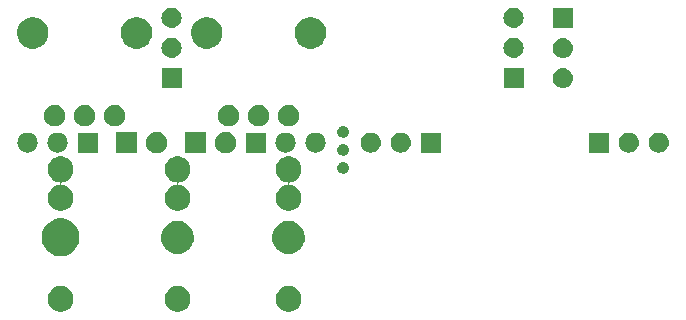
<source format=gbr>
G04 #@! TF.GenerationSoftware,KiCad,Pcbnew,(5.0.1)-4*
G04 #@! TF.CreationDate,2019-03-05T01:58:22+01:00*
G04 #@! TF.ProjectId,1U Headphone,3155204865616470686F6E652E6B6963,rev?*
G04 #@! TF.SameCoordinates,Original*
G04 #@! TF.FileFunction,Soldermask,Bot*
G04 #@! TF.FilePolarity,Negative*
%FSLAX46Y46*%
G04 Gerber Fmt 4.6, Leading zero omitted, Abs format (unit mm)*
G04 Created by KiCad (PCBNEW (5.0.1)-4) date 3/5/2019 1:58:22 AM*
%MOMM*%
%LPD*%
G01*
G04 APERTURE LIST*
%ADD10C,0.100000*%
G04 APERTURE END LIST*
D10*
G36*
X41974583Y-74565572D02*
X42173350Y-74647904D01*
X42352239Y-74767434D01*
X42504366Y-74919561D01*
X42623896Y-75098450D01*
X42706228Y-75297217D01*
X42748200Y-75508226D01*
X42748200Y-75723374D01*
X42706228Y-75934383D01*
X42623896Y-76133150D01*
X42504366Y-76312039D01*
X42352239Y-76464166D01*
X42173350Y-76583696D01*
X41974583Y-76666028D01*
X41763574Y-76708000D01*
X41548426Y-76708000D01*
X41337417Y-76666028D01*
X41138650Y-76583696D01*
X40959761Y-76464166D01*
X40807634Y-76312039D01*
X40688104Y-76133150D01*
X40605772Y-75934383D01*
X40563800Y-75723374D01*
X40563800Y-75508226D01*
X40605772Y-75297217D01*
X40688104Y-75098450D01*
X40807634Y-74919561D01*
X40959761Y-74767434D01*
X41138650Y-74647904D01*
X41337417Y-74565572D01*
X41548426Y-74523600D01*
X41763574Y-74523600D01*
X41974583Y-74565572D01*
X41974583Y-74565572D01*
G37*
G36*
X22670583Y-74565572D02*
X22869350Y-74647904D01*
X23048239Y-74767434D01*
X23200366Y-74919561D01*
X23319896Y-75098450D01*
X23402228Y-75297217D01*
X23444200Y-75508226D01*
X23444200Y-75723374D01*
X23402228Y-75934383D01*
X23319896Y-76133150D01*
X23200366Y-76312039D01*
X23048239Y-76464166D01*
X22869350Y-76583696D01*
X22670583Y-76666028D01*
X22459574Y-76708000D01*
X22244426Y-76708000D01*
X22033417Y-76666028D01*
X21834650Y-76583696D01*
X21655761Y-76464166D01*
X21503634Y-76312039D01*
X21384104Y-76133150D01*
X21301772Y-75934383D01*
X21259800Y-75723374D01*
X21259800Y-75508226D01*
X21301772Y-75297217D01*
X21384104Y-75098450D01*
X21503634Y-74919561D01*
X21655761Y-74767434D01*
X21834650Y-74647904D01*
X22033417Y-74565572D01*
X22244426Y-74523600D01*
X22459574Y-74523600D01*
X22670583Y-74565572D01*
X22670583Y-74565572D01*
G37*
G36*
X32576583Y-74565572D02*
X32775350Y-74647904D01*
X32954239Y-74767434D01*
X33106366Y-74919561D01*
X33225896Y-75098450D01*
X33308228Y-75297217D01*
X33350200Y-75508226D01*
X33350200Y-75723374D01*
X33308228Y-75934383D01*
X33225896Y-76133150D01*
X33106366Y-76312039D01*
X32954239Y-76464166D01*
X32775350Y-76583696D01*
X32576583Y-76666028D01*
X32365574Y-76708000D01*
X32150426Y-76708000D01*
X31939417Y-76666028D01*
X31740650Y-76583696D01*
X31561761Y-76464166D01*
X31409634Y-76312039D01*
X31290104Y-76133150D01*
X31207772Y-75934383D01*
X31165800Y-75723374D01*
X31165800Y-75508226D01*
X31207772Y-75297217D01*
X31290104Y-75098450D01*
X31409634Y-74919561D01*
X31561761Y-74767434D01*
X31740650Y-74647904D01*
X31939417Y-74565572D01*
X32150426Y-74523600D01*
X32365574Y-74523600D01*
X32576583Y-74565572D01*
X32576583Y-74565572D01*
G37*
G36*
X22818703Y-68870286D02*
X23109883Y-68990897D01*
X23371944Y-69166001D01*
X23594799Y-69388856D01*
X23769903Y-69650917D01*
X23890514Y-69942097D01*
X23952000Y-70251212D01*
X23952000Y-70566388D01*
X23890514Y-70875503D01*
X23769903Y-71166683D01*
X23594799Y-71428744D01*
X23371944Y-71651599D01*
X23109883Y-71826703D01*
X22818703Y-71947314D01*
X22509588Y-72008800D01*
X22194412Y-72008800D01*
X21885297Y-71947314D01*
X21594117Y-71826703D01*
X21332056Y-71651599D01*
X21109201Y-71428744D01*
X20934097Y-71166683D01*
X20813486Y-70875503D01*
X20752000Y-70566388D01*
X20752000Y-70251212D01*
X20813486Y-69942097D01*
X20934097Y-69650917D01*
X21109201Y-69388856D01*
X21332056Y-69166001D01*
X21594117Y-68990897D01*
X21885297Y-68870286D01*
X22194412Y-68808800D01*
X22509588Y-68808800D01*
X22818703Y-68870286D01*
X22818703Y-68870286D01*
G37*
G36*
X32531126Y-69035700D02*
X32666365Y-69062601D01*
X32921149Y-69168136D01*
X33147397Y-69319311D01*
X33150451Y-69321351D01*
X33345449Y-69516349D01*
X33345451Y-69516352D01*
X33498664Y-69745651D01*
X33580035Y-69942097D01*
X33604199Y-70000436D01*
X33658000Y-70270911D01*
X33658000Y-70546689D01*
X33631099Y-70681927D01*
X33604199Y-70817165D01*
X33498664Y-71071949D01*
X33435364Y-71166684D01*
X33345449Y-71301251D01*
X33150451Y-71496249D01*
X33150448Y-71496251D01*
X32921149Y-71649464D01*
X32666365Y-71754999D01*
X32531127Y-71781899D01*
X32395889Y-71808800D01*
X32120111Y-71808800D01*
X31984873Y-71781899D01*
X31849635Y-71754999D01*
X31594851Y-71649464D01*
X31365552Y-71496251D01*
X31365549Y-71496249D01*
X31170551Y-71301251D01*
X31080636Y-71166684D01*
X31017336Y-71071949D01*
X30911801Y-70817165D01*
X30884901Y-70681927D01*
X30858000Y-70546689D01*
X30858000Y-70270911D01*
X30911801Y-70000436D01*
X30935966Y-69942097D01*
X31017336Y-69745651D01*
X31170549Y-69516352D01*
X31170551Y-69516349D01*
X31365549Y-69321351D01*
X31368603Y-69319311D01*
X31594851Y-69168136D01*
X31849635Y-69062601D01*
X31984874Y-69035700D01*
X32120111Y-69008800D01*
X32395889Y-69008800D01*
X32531126Y-69035700D01*
X32531126Y-69035700D01*
G37*
G36*
X41929126Y-69035700D02*
X42064365Y-69062601D01*
X42319149Y-69168136D01*
X42545397Y-69319311D01*
X42548451Y-69321351D01*
X42743449Y-69516349D01*
X42743451Y-69516352D01*
X42896664Y-69745651D01*
X42978035Y-69942097D01*
X43002199Y-70000436D01*
X43056000Y-70270911D01*
X43056000Y-70546689D01*
X43029099Y-70681927D01*
X43002199Y-70817165D01*
X42896664Y-71071949D01*
X42833364Y-71166684D01*
X42743449Y-71301251D01*
X42548451Y-71496249D01*
X42548448Y-71496251D01*
X42319149Y-71649464D01*
X42064365Y-71754999D01*
X41929127Y-71781899D01*
X41793889Y-71808800D01*
X41518111Y-71808800D01*
X41382873Y-71781899D01*
X41247635Y-71754999D01*
X40992851Y-71649464D01*
X40763552Y-71496251D01*
X40763549Y-71496249D01*
X40568551Y-71301251D01*
X40478636Y-71166684D01*
X40415336Y-71071949D01*
X40309801Y-70817165D01*
X40282901Y-70681927D01*
X40256000Y-70546689D01*
X40256000Y-70270911D01*
X40309801Y-70000436D01*
X40333966Y-69942097D01*
X40415336Y-69745651D01*
X40568549Y-69516352D01*
X40568551Y-69516349D01*
X40763549Y-69321351D01*
X40766603Y-69319311D01*
X40992851Y-69168136D01*
X41247635Y-69062601D01*
X41382874Y-69035700D01*
X41518111Y-69008800D01*
X41793889Y-69008800D01*
X41929126Y-69035700D01*
X41929126Y-69035700D01*
G37*
G36*
X41974583Y-63592772D02*
X42173350Y-63675104D01*
X42352239Y-63794634D01*
X42504366Y-63946761D01*
X42623896Y-64125650D01*
X42706228Y-64324417D01*
X42748200Y-64535426D01*
X42748200Y-64750574D01*
X42706228Y-64961583D01*
X42623896Y-65160350D01*
X42504366Y-65339239D01*
X42352239Y-65491366D01*
X42173350Y-65610896D01*
X41974583Y-65693228D01*
X41805291Y-65726902D01*
X41781842Y-65734015D01*
X41760231Y-65745566D01*
X41741289Y-65761112D01*
X41725743Y-65780054D01*
X41714192Y-65801664D01*
X41707079Y-65825114D01*
X41704677Y-65849500D01*
X41707079Y-65873886D01*
X41714192Y-65897335D01*
X41725743Y-65918946D01*
X41741289Y-65937888D01*
X41760231Y-65953434D01*
X41781841Y-65964985D01*
X41805291Y-65972098D01*
X41974583Y-66005772D01*
X42173350Y-66088104D01*
X42352239Y-66207634D01*
X42504366Y-66359761D01*
X42623896Y-66538650D01*
X42706228Y-66737417D01*
X42748200Y-66948426D01*
X42748200Y-67163574D01*
X42706228Y-67374583D01*
X42623896Y-67573350D01*
X42504366Y-67752239D01*
X42352239Y-67904366D01*
X42173350Y-68023896D01*
X41974583Y-68106228D01*
X41763574Y-68148200D01*
X41548426Y-68148200D01*
X41337417Y-68106228D01*
X41138650Y-68023896D01*
X40959761Y-67904366D01*
X40807634Y-67752239D01*
X40688104Y-67573350D01*
X40605772Y-67374583D01*
X40563800Y-67163574D01*
X40563800Y-66948426D01*
X40605772Y-66737417D01*
X40688104Y-66538650D01*
X40807634Y-66359761D01*
X40959761Y-66207634D01*
X41138650Y-66088104D01*
X41337417Y-66005772D01*
X41506709Y-65972098D01*
X41530158Y-65964985D01*
X41551769Y-65953434D01*
X41570711Y-65937888D01*
X41586257Y-65918946D01*
X41597808Y-65897336D01*
X41604921Y-65873886D01*
X41607323Y-65849500D01*
X41604921Y-65825114D01*
X41597808Y-65801665D01*
X41586257Y-65780054D01*
X41570711Y-65761112D01*
X41551769Y-65745566D01*
X41530159Y-65734015D01*
X41506709Y-65726902D01*
X41337417Y-65693228D01*
X41138650Y-65610896D01*
X40959761Y-65491366D01*
X40807634Y-65339239D01*
X40688104Y-65160350D01*
X40605772Y-64961583D01*
X40563800Y-64750574D01*
X40563800Y-64535426D01*
X40605772Y-64324417D01*
X40688104Y-64125650D01*
X40807634Y-63946761D01*
X40959761Y-63794634D01*
X41138650Y-63675104D01*
X41337417Y-63592772D01*
X41548426Y-63550800D01*
X41763574Y-63550800D01*
X41974583Y-63592772D01*
X41974583Y-63592772D01*
G37*
G36*
X32576583Y-63592772D02*
X32775350Y-63675104D01*
X32954239Y-63794634D01*
X33106366Y-63946761D01*
X33225896Y-64125650D01*
X33308228Y-64324417D01*
X33350200Y-64535426D01*
X33350200Y-64750574D01*
X33308228Y-64961583D01*
X33225896Y-65160350D01*
X33106366Y-65339239D01*
X32954239Y-65491366D01*
X32775350Y-65610896D01*
X32576583Y-65693228D01*
X32407291Y-65726902D01*
X32383842Y-65734015D01*
X32362231Y-65745566D01*
X32343289Y-65761112D01*
X32327743Y-65780054D01*
X32316192Y-65801664D01*
X32309079Y-65825114D01*
X32306677Y-65849500D01*
X32309079Y-65873886D01*
X32316192Y-65897335D01*
X32327743Y-65918946D01*
X32343289Y-65937888D01*
X32362231Y-65953434D01*
X32383841Y-65964985D01*
X32407291Y-65972098D01*
X32576583Y-66005772D01*
X32775350Y-66088104D01*
X32954239Y-66207634D01*
X33106366Y-66359761D01*
X33225896Y-66538650D01*
X33308228Y-66737417D01*
X33350200Y-66948426D01*
X33350200Y-67163574D01*
X33308228Y-67374583D01*
X33225896Y-67573350D01*
X33106366Y-67752239D01*
X32954239Y-67904366D01*
X32775350Y-68023896D01*
X32576583Y-68106228D01*
X32365574Y-68148200D01*
X32150426Y-68148200D01*
X31939417Y-68106228D01*
X31740650Y-68023896D01*
X31561761Y-67904366D01*
X31409634Y-67752239D01*
X31290104Y-67573350D01*
X31207772Y-67374583D01*
X31165800Y-67163574D01*
X31165800Y-66948426D01*
X31207772Y-66737417D01*
X31290104Y-66538650D01*
X31409634Y-66359761D01*
X31561761Y-66207634D01*
X31740650Y-66088104D01*
X31939417Y-66005772D01*
X32108709Y-65972098D01*
X32132158Y-65964985D01*
X32153769Y-65953434D01*
X32172711Y-65937888D01*
X32188257Y-65918946D01*
X32199808Y-65897336D01*
X32206921Y-65873886D01*
X32209323Y-65849500D01*
X32206921Y-65825114D01*
X32199808Y-65801665D01*
X32188257Y-65780054D01*
X32172711Y-65761112D01*
X32153769Y-65745566D01*
X32132159Y-65734015D01*
X32108709Y-65726902D01*
X31939417Y-65693228D01*
X31740650Y-65610896D01*
X31561761Y-65491366D01*
X31409634Y-65339239D01*
X31290104Y-65160350D01*
X31207772Y-64961583D01*
X31165800Y-64750574D01*
X31165800Y-64535426D01*
X31207772Y-64324417D01*
X31290104Y-64125650D01*
X31409634Y-63946761D01*
X31561761Y-63794634D01*
X31740650Y-63675104D01*
X31939417Y-63592772D01*
X32150426Y-63550800D01*
X32365574Y-63550800D01*
X32576583Y-63592772D01*
X32576583Y-63592772D01*
G37*
G36*
X22670583Y-63592772D02*
X22869350Y-63675104D01*
X23048239Y-63794634D01*
X23200366Y-63946761D01*
X23319896Y-64125650D01*
X23402228Y-64324417D01*
X23444200Y-64535426D01*
X23444200Y-64750574D01*
X23402228Y-64961583D01*
X23319896Y-65160350D01*
X23200366Y-65339239D01*
X23048239Y-65491366D01*
X22869350Y-65610896D01*
X22670583Y-65693228D01*
X22501291Y-65726902D01*
X22477842Y-65734015D01*
X22456231Y-65745566D01*
X22437289Y-65761112D01*
X22421743Y-65780054D01*
X22410192Y-65801664D01*
X22403079Y-65825114D01*
X22400677Y-65849500D01*
X22403079Y-65873886D01*
X22410192Y-65897335D01*
X22421743Y-65918946D01*
X22437289Y-65937888D01*
X22456231Y-65953434D01*
X22477841Y-65964985D01*
X22501291Y-65972098D01*
X22670583Y-66005772D01*
X22869350Y-66088104D01*
X23048239Y-66207634D01*
X23200366Y-66359761D01*
X23319896Y-66538650D01*
X23402228Y-66737417D01*
X23444200Y-66948426D01*
X23444200Y-67163574D01*
X23402228Y-67374583D01*
X23319896Y-67573350D01*
X23200366Y-67752239D01*
X23048239Y-67904366D01*
X22869350Y-68023896D01*
X22670583Y-68106228D01*
X22459574Y-68148200D01*
X22244426Y-68148200D01*
X22033417Y-68106228D01*
X21834650Y-68023896D01*
X21655761Y-67904366D01*
X21503634Y-67752239D01*
X21384104Y-67573350D01*
X21301772Y-67374583D01*
X21259800Y-67163574D01*
X21259800Y-66948426D01*
X21301772Y-66737417D01*
X21384104Y-66538650D01*
X21503634Y-66359761D01*
X21655761Y-66207634D01*
X21834650Y-66088104D01*
X22033417Y-66005772D01*
X22202709Y-65972098D01*
X22226158Y-65964985D01*
X22247769Y-65953434D01*
X22266711Y-65937888D01*
X22282257Y-65918946D01*
X22293808Y-65897336D01*
X22300921Y-65873886D01*
X22303323Y-65849500D01*
X22300921Y-65825114D01*
X22293808Y-65801665D01*
X22282257Y-65780054D01*
X22266711Y-65761112D01*
X22247769Y-65745566D01*
X22226159Y-65734015D01*
X22202709Y-65726902D01*
X22033417Y-65693228D01*
X21834650Y-65610896D01*
X21655761Y-65491366D01*
X21503634Y-65339239D01*
X21384104Y-65160350D01*
X21301772Y-64961583D01*
X21259800Y-64750574D01*
X21259800Y-64535426D01*
X21301772Y-64324417D01*
X21384104Y-64125650D01*
X21503634Y-63946761D01*
X21655761Y-63794634D01*
X21834650Y-63675104D01*
X22033417Y-63592772D01*
X22244426Y-63550800D01*
X22459574Y-63550800D01*
X22670583Y-63592772D01*
X22670583Y-63592772D01*
G37*
G36*
X46424645Y-64035215D02*
X46515639Y-64072906D01*
X46594574Y-64125649D01*
X46597534Y-64127627D01*
X46667173Y-64197266D01*
X46721895Y-64279163D01*
X46759585Y-64370155D01*
X46778800Y-64466755D01*
X46778800Y-64565245D01*
X46759585Y-64661845D01*
X46721895Y-64752837D01*
X46667173Y-64834734D01*
X46597534Y-64904373D01*
X46597531Y-64904375D01*
X46515639Y-64959094D01*
X46424645Y-64996785D01*
X46328046Y-65016000D01*
X46229554Y-65016000D01*
X46132955Y-64996785D01*
X46041961Y-64959094D01*
X45960069Y-64904375D01*
X45960066Y-64904373D01*
X45890427Y-64834734D01*
X45835705Y-64752837D01*
X45798015Y-64661845D01*
X45778800Y-64565245D01*
X45778800Y-64466755D01*
X45798015Y-64370155D01*
X45835705Y-64279163D01*
X45890427Y-64197266D01*
X45960066Y-64127627D01*
X45963026Y-64125649D01*
X46041961Y-64072906D01*
X46132955Y-64035215D01*
X46229554Y-64016000D01*
X46328046Y-64016000D01*
X46424645Y-64035215D01*
X46424645Y-64035215D01*
G37*
G36*
X46424645Y-62511215D02*
X46515639Y-62548906D01*
X46596440Y-62602896D01*
X46597534Y-62603627D01*
X46667173Y-62673266D01*
X46721895Y-62755163D01*
X46759585Y-62846155D01*
X46778800Y-62942755D01*
X46778800Y-63041245D01*
X46759585Y-63137845D01*
X46725514Y-63220101D01*
X46721894Y-63228839D01*
X46709215Y-63247814D01*
X46667173Y-63310734D01*
X46597534Y-63380373D01*
X46597531Y-63380375D01*
X46515639Y-63435094D01*
X46424645Y-63472785D01*
X46328046Y-63492000D01*
X46229554Y-63492000D01*
X46132955Y-63472785D01*
X46041961Y-63435094D01*
X45960069Y-63380375D01*
X45960066Y-63380373D01*
X45890427Y-63310734D01*
X45848385Y-63247814D01*
X45835706Y-63228839D01*
X45832087Y-63220101D01*
X45798015Y-63137845D01*
X45778800Y-63041245D01*
X45778800Y-62942755D01*
X45798015Y-62846155D01*
X45835705Y-62755163D01*
X45890427Y-62673266D01*
X45960066Y-62603627D01*
X45961160Y-62602896D01*
X46041961Y-62548906D01*
X46132955Y-62511215D01*
X46229554Y-62492000D01*
X46328046Y-62492000D01*
X46424645Y-62511215D01*
X46424645Y-62511215D01*
G37*
G36*
X28840000Y-63282400D02*
X27040000Y-63282400D01*
X27040000Y-61482400D01*
X28840000Y-61482400D01*
X28840000Y-63282400D01*
X28840000Y-63282400D01*
G37*
G36*
X30742521Y-61516986D02*
X30906309Y-61584829D01*
X31053720Y-61683326D01*
X31179074Y-61808680D01*
X31277571Y-61956091D01*
X31345414Y-62119879D01*
X31380000Y-62293756D01*
X31380000Y-62471044D01*
X31345414Y-62644921D01*
X31277571Y-62808709D01*
X31179074Y-62956120D01*
X31053720Y-63081474D01*
X30906309Y-63179971D01*
X30742521Y-63247814D01*
X30568644Y-63282400D01*
X30391356Y-63282400D01*
X30217479Y-63247814D01*
X30053691Y-63179971D01*
X29906280Y-63081474D01*
X29780926Y-62956120D01*
X29682429Y-62808709D01*
X29614586Y-62644921D01*
X29580000Y-62471044D01*
X29580000Y-62293756D01*
X29614586Y-62119879D01*
X29682429Y-61956091D01*
X29780926Y-61808680D01*
X29906280Y-61683326D01*
X30053691Y-61584829D01*
X30217479Y-61516986D01*
X30391356Y-61482400D01*
X30568644Y-61482400D01*
X30742521Y-61516986D01*
X30742521Y-61516986D01*
G37*
G36*
X34682000Y-63282400D02*
X32882000Y-63282400D01*
X32882000Y-61482400D01*
X34682000Y-61482400D01*
X34682000Y-63282400D01*
X34682000Y-63282400D01*
G37*
G36*
X36584521Y-61516986D02*
X36748309Y-61584829D01*
X36895720Y-61683326D01*
X37021074Y-61808680D01*
X37119571Y-61956091D01*
X37187414Y-62119879D01*
X37222000Y-62293756D01*
X37222000Y-62471044D01*
X37187414Y-62644921D01*
X37119571Y-62808709D01*
X37021074Y-62956120D01*
X36895720Y-63081474D01*
X36748309Y-63179971D01*
X36584521Y-63247814D01*
X36410644Y-63282400D01*
X36233356Y-63282400D01*
X36059479Y-63247814D01*
X35895691Y-63179971D01*
X35748280Y-63081474D01*
X35622926Y-62956120D01*
X35524429Y-62808709D01*
X35456586Y-62644921D01*
X35422000Y-62471044D01*
X35422000Y-62293756D01*
X35456586Y-62119879D01*
X35524429Y-61956091D01*
X35622926Y-61808680D01*
X35748280Y-61683326D01*
X35895691Y-61584829D01*
X36059479Y-61516986D01*
X36233356Y-61482400D01*
X36410644Y-61482400D01*
X36584521Y-61516986D01*
X36584521Y-61516986D01*
G37*
G36*
X44108630Y-61544699D02*
X44268855Y-61593303D01*
X44416520Y-61672231D01*
X44545949Y-61778451D01*
X44652169Y-61907880D01*
X44731097Y-62055545D01*
X44779701Y-62215770D01*
X44796112Y-62382400D01*
X44779701Y-62549030D01*
X44731097Y-62709255D01*
X44652169Y-62856920D01*
X44545949Y-62986349D01*
X44416520Y-63092569D01*
X44268855Y-63171497D01*
X44108630Y-63220101D01*
X43983752Y-63232400D01*
X43900248Y-63232400D01*
X43775370Y-63220101D01*
X43615145Y-63171497D01*
X43467480Y-63092569D01*
X43338051Y-62986349D01*
X43231831Y-62856920D01*
X43152903Y-62709255D01*
X43104299Y-62549030D01*
X43087888Y-62382400D01*
X43104299Y-62215770D01*
X43152903Y-62055545D01*
X43231831Y-61907880D01*
X43338051Y-61778451D01*
X43467480Y-61672231D01*
X43615145Y-61593303D01*
X43775370Y-61544699D01*
X43900248Y-61532400D01*
X43983752Y-61532400D01*
X44108630Y-61544699D01*
X44108630Y-61544699D01*
G37*
G36*
X39712000Y-63232400D02*
X38012000Y-63232400D01*
X38012000Y-61532400D01*
X39712000Y-61532400D01*
X39712000Y-63232400D01*
X39712000Y-63232400D01*
G37*
G36*
X54545600Y-63232400D02*
X52845600Y-63232400D01*
X52845600Y-61532400D01*
X54545600Y-61532400D01*
X54545600Y-63232400D01*
X54545600Y-63232400D01*
G37*
G36*
X51322230Y-61544699D02*
X51482455Y-61593303D01*
X51630120Y-61672231D01*
X51759549Y-61778451D01*
X51865769Y-61907880D01*
X51944697Y-62055545D01*
X51993301Y-62215770D01*
X52009712Y-62382400D01*
X51993301Y-62549030D01*
X51944697Y-62709255D01*
X51865769Y-62856920D01*
X51759549Y-62986349D01*
X51630120Y-63092569D01*
X51482455Y-63171497D01*
X51322230Y-63220101D01*
X51197352Y-63232400D01*
X51113848Y-63232400D01*
X50988970Y-63220101D01*
X50828745Y-63171497D01*
X50681080Y-63092569D01*
X50551651Y-62986349D01*
X50445431Y-62856920D01*
X50366503Y-62709255D01*
X50317899Y-62549030D01*
X50301488Y-62382400D01*
X50317899Y-62215770D01*
X50366503Y-62055545D01*
X50445431Y-61907880D01*
X50551651Y-61778451D01*
X50681080Y-61672231D01*
X50828745Y-61593303D01*
X50988970Y-61544699D01*
X51113848Y-61532400D01*
X51197352Y-61532400D01*
X51322230Y-61544699D01*
X51322230Y-61544699D01*
G37*
G36*
X48782230Y-61544699D02*
X48942455Y-61593303D01*
X49090120Y-61672231D01*
X49219549Y-61778451D01*
X49325769Y-61907880D01*
X49404697Y-62055545D01*
X49453301Y-62215770D01*
X49469712Y-62382400D01*
X49453301Y-62549030D01*
X49404697Y-62709255D01*
X49325769Y-62856920D01*
X49219549Y-62986349D01*
X49090120Y-63092569D01*
X48942455Y-63171497D01*
X48782230Y-63220101D01*
X48657352Y-63232400D01*
X48573848Y-63232400D01*
X48448970Y-63220101D01*
X48288745Y-63171497D01*
X48141080Y-63092569D01*
X48011651Y-62986349D01*
X47905431Y-62856920D01*
X47826503Y-62709255D01*
X47777899Y-62549030D01*
X47761488Y-62382400D01*
X47777899Y-62215770D01*
X47826503Y-62055545D01*
X47905431Y-61907880D01*
X48011651Y-61778451D01*
X48141080Y-61672231D01*
X48288745Y-61593303D01*
X48448970Y-61544699D01*
X48573848Y-61532400D01*
X48657352Y-61532400D01*
X48782230Y-61544699D01*
X48782230Y-61544699D01*
G37*
G36*
X25488000Y-63232400D02*
X23788000Y-63232400D01*
X23788000Y-61532400D01*
X25488000Y-61532400D01*
X25488000Y-63232400D01*
X25488000Y-63232400D01*
G37*
G36*
X19724630Y-61544699D02*
X19884855Y-61593303D01*
X20032520Y-61672231D01*
X20161949Y-61778451D01*
X20268169Y-61907880D01*
X20347097Y-62055545D01*
X20395701Y-62215770D01*
X20412112Y-62382400D01*
X20395701Y-62549030D01*
X20347097Y-62709255D01*
X20268169Y-62856920D01*
X20161949Y-62986349D01*
X20032520Y-63092569D01*
X19884855Y-63171497D01*
X19724630Y-63220101D01*
X19599752Y-63232400D01*
X19516248Y-63232400D01*
X19391370Y-63220101D01*
X19231145Y-63171497D01*
X19083480Y-63092569D01*
X18954051Y-62986349D01*
X18847831Y-62856920D01*
X18768903Y-62709255D01*
X18720299Y-62549030D01*
X18703888Y-62382400D01*
X18720299Y-62215770D01*
X18768903Y-62055545D01*
X18847831Y-61907880D01*
X18954051Y-61778451D01*
X19083480Y-61672231D01*
X19231145Y-61593303D01*
X19391370Y-61544699D01*
X19516248Y-61532400D01*
X19599752Y-61532400D01*
X19724630Y-61544699D01*
X19724630Y-61544699D01*
G37*
G36*
X73166230Y-61544699D02*
X73326455Y-61593303D01*
X73474120Y-61672231D01*
X73603549Y-61778451D01*
X73709769Y-61907880D01*
X73788697Y-62055545D01*
X73837301Y-62215770D01*
X73853712Y-62382400D01*
X73837301Y-62549030D01*
X73788697Y-62709255D01*
X73709769Y-62856920D01*
X73603549Y-62986349D01*
X73474120Y-63092569D01*
X73326455Y-63171497D01*
X73166230Y-63220101D01*
X73041352Y-63232400D01*
X72957848Y-63232400D01*
X72832970Y-63220101D01*
X72672745Y-63171497D01*
X72525080Y-63092569D01*
X72395651Y-62986349D01*
X72289431Y-62856920D01*
X72210503Y-62709255D01*
X72161899Y-62549030D01*
X72145488Y-62382400D01*
X72161899Y-62215770D01*
X72210503Y-62055545D01*
X72289431Y-61907880D01*
X72395651Y-61778451D01*
X72525080Y-61672231D01*
X72672745Y-61593303D01*
X72832970Y-61544699D01*
X72957848Y-61532400D01*
X73041352Y-61532400D01*
X73166230Y-61544699D01*
X73166230Y-61544699D01*
G37*
G36*
X70626230Y-61544699D02*
X70786455Y-61593303D01*
X70934120Y-61672231D01*
X71063549Y-61778451D01*
X71169769Y-61907880D01*
X71248697Y-62055545D01*
X71297301Y-62215770D01*
X71313712Y-62382400D01*
X71297301Y-62549030D01*
X71248697Y-62709255D01*
X71169769Y-62856920D01*
X71063549Y-62986349D01*
X70934120Y-63092569D01*
X70786455Y-63171497D01*
X70626230Y-63220101D01*
X70501352Y-63232400D01*
X70417848Y-63232400D01*
X70292970Y-63220101D01*
X70132745Y-63171497D01*
X69985080Y-63092569D01*
X69855651Y-62986349D01*
X69749431Y-62856920D01*
X69670503Y-62709255D01*
X69621899Y-62549030D01*
X69605488Y-62382400D01*
X69621899Y-62215770D01*
X69670503Y-62055545D01*
X69749431Y-61907880D01*
X69855651Y-61778451D01*
X69985080Y-61672231D01*
X70132745Y-61593303D01*
X70292970Y-61544699D01*
X70417848Y-61532400D01*
X70501352Y-61532400D01*
X70626230Y-61544699D01*
X70626230Y-61544699D01*
G37*
G36*
X41568630Y-61544699D02*
X41728855Y-61593303D01*
X41876520Y-61672231D01*
X42005949Y-61778451D01*
X42112169Y-61907880D01*
X42191097Y-62055545D01*
X42239701Y-62215770D01*
X42256112Y-62382400D01*
X42239701Y-62549030D01*
X42191097Y-62709255D01*
X42112169Y-62856920D01*
X42005949Y-62986349D01*
X41876520Y-63092569D01*
X41728855Y-63171497D01*
X41568630Y-63220101D01*
X41443752Y-63232400D01*
X41360248Y-63232400D01*
X41235370Y-63220101D01*
X41075145Y-63171497D01*
X40927480Y-63092569D01*
X40798051Y-62986349D01*
X40691831Y-62856920D01*
X40612903Y-62709255D01*
X40564299Y-62549030D01*
X40547888Y-62382400D01*
X40564299Y-62215770D01*
X40612903Y-62055545D01*
X40691831Y-61907880D01*
X40798051Y-61778451D01*
X40927480Y-61672231D01*
X41075145Y-61593303D01*
X41235370Y-61544699D01*
X41360248Y-61532400D01*
X41443752Y-61532400D01*
X41568630Y-61544699D01*
X41568630Y-61544699D01*
G37*
G36*
X68769600Y-63232400D02*
X67069600Y-63232400D01*
X67069600Y-61532400D01*
X68769600Y-61532400D01*
X68769600Y-63232400D01*
X68769600Y-63232400D01*
G37*
G36*
X22264630Y-61544699D02*
X22424855Y-61593303D01*
X22572520Y-61672231D01*
X22701949Y-61778451D01*
X22808169Y-61907880D01*
X22887097Y-62055545D01*
X22935701Y-62215770D01*
X22952112Y-62382400D01*
X22935701Y-62549030D01*
X22887097Y-62709255D01*
X22808169Y-62856920D01*
X22701949Y-62986349D01*
X22572520Y-63092569D01*
X22424855Y-63171497D01*
X22264630Y-63220101D01*
X22139752Y-63232400D01*
X22056248Y-63232400D01*
X21931370Y-63220101D01*
X21771145Y-63171497D01*
X21623480Y-63092569D01*
X21494051Y-62986349D01*
X21387831Y-62856920D01*
X21308903Y-62709255D01*
X21260299Y-62549030D01*
X21243888Y-62382400D01*
X21260299Y-62215770D01*
X21308903Y-62055545D01*
X21387831Y-61907880D01*
X21494051Y-61778451D01*
X21623480Y-61672231D01*
X21771145Y-61593303D01*
X21931370Y-61544699D01*
X22056248Y-61532400D01*
X22139752Y-61532400D01*
X22264630Y-61544699D01*
X22264630Y-61544699D01*
G37*
G36*
X46424645Y-60987215D02*
X46515639Y-61024906D01*
X46596440Y-61078896D01*
X46597534Y-61079627D01*
X46667173Y-61149266D01*
X46667175Y-61149269D01*
X46721894Y-61231161D01*
X46759585Y-61322155D01*
X46778800Y-61418754D01*
X46778800Y-61517246D01*
X46763671Y-61593303D01*
X46759585Y-61613845D01*
X46721895Y-61704837D01*
X46667173Y-61786734D01*
X46597534Y-61856373D01*
X46597531Y-61856375D01*
X46515639Y-61911094D01*
X46424645Y-61948785D01*
X46328046Y-61968000D01*
X46229554Y-61968000D01*
X46132955Y-61948785D01*
X46041961Y-61911094D01*
X45960069Y-61856375D01*
X45960066Y-61856373D01*
X45890427Y-61786734D01*
X45835705Y-61704837D01*
X45798015Y-61613845D01*
X45793929Y-61593303D01*
X45778800Y-61517246D01*
X45778800Y-61418754D01*
X45798015Y-61322155D01*
X45835706Y-61231161D01*
X45890425Y-61149269D01*
X45890427Y-61149266D01*
X45960066Y-61079627D01*
X45961160Y-61078896D01*
X46041961Y-61024906D01*
X46132955Y-60987215D01*
X46229554Y-60968000D01*
X46328046Y-60968000D01*
X46424645Y-60987215D01*
X46424645Y-60987215D01*
G37*
G36*
X41918853Y-59231194D02*
X42082951Y-59299166D01*
X42230640Y-59397849D01*
X42356231Y-59523440D01*
X42454914Y-59671129D01*
X42522886Y-59835227D01*
X42557537Y-60009432D01*
X42557537Y-60187054D01*
X42522886Y-60361259D01*
X42454914Y-60525357D01*
X42356231Y-60673046D01*
X42230640Y-60798637D01*
X42082951Y-60897320D01*
X41918853Y-60965292D01*
X41744648Y-60999943D01*
X41567026Y-60999943D01*
X41392821Y-60965292D01*
X41228723Y-60897320D01*
X41081034Y-60798637D01*
X40955443Y-60673046D01*
X40856760Y-60525357D01*
X40788788Y-60361259D01*
X40754137Y-60187054D01*
X40754137Y-60009432D01*
X40788788Y-59835227D01*
X40856760Y-59671129D01*
X40955443Y-59523440D01*
X41081034Y-59397849D01*
X41228723Y-59299166D01*
X41392821Y-59231194D01*
X41567026Y-59196543D01*
X41744648Y-59196543D01*
X41918853Y-59231194D01*
X41918853Y-59231194D01*
G37*
G36*
X22106853Y-59231194D02*
X22270951Y-59299166D01*
X22418640Y-59397849D01*
X22544231Y-59523440D01*
X22642914Y-59671129D01*
X22710886Y-59835227D01*
X22745537Y-60009432D01*
X22745537Y-60187054D01*
X22710886Y-60361259D01*
X22642914Y-60525357D01*
X22544231Y-60673046D01*
X22418640Y-60798637D01*
X22270951Y-60897320D01*
X22106853Y-60965292D01*
X21932648Y-60999943D01*
X21755026Y-60999943D01*
X21580821Y-60965292D01*
X21416723Y-60897320D01*
X21269034Y-60798637D01*
X21143443Y-60673046D01*
X21044760Y-60525357D01*
X20976788Y-60361259D01*
X20942137Y-60187054D01*
X20942137Y-60009432D01*
X20976788Y-59835227D01*
X21044760Y-59671129D01*
X21143443Y-59523440D01*
X21269034Y-59397849D01*
X21416723Y-59299166D01*
X21580821Y-59231194D01*
X21755026Y-59196543D01*
X21932648Y-59196543D01*
X22106853Y-59231194D01*
X22106853Y-59231194D01*
G37*
G36*
X24646853Y-59231194D02*
X24810951Y-59299166D01*
X24958640Y-59397849D01*
X25084231Y-59523440D01*
X25182914Y-59671129D01*
X25250886Y-59835227D01*
X25285537Y-60009432D01*
X25285537Y-60187054D01*
X25250886Y-60361259D01*
X25182914Y-60525357D01*
X25084231Y-60673046D01*
X24958640Y-60798637D01*
X24810951Y-60897320D01*
X24646853Y-60965292D01*
X24472648Y-60999943D01*
X24295026Y-60999943D01*
X24120821Y-60965292D01*
X23956723Y-60897320D01*
X23809034Y-60798637D01*
X23683443Y-60673046D01*
X23584760Y-60525357D01*
X23516788Y-60361259D01*
X23482137Y-60187054D01*
X23482137Y-60009432D01*
X23516788Y-59835227D01*
X23584760Y-59671129D01*
X23683443Y-59523440D01*
X23809034Y-59397849D01*
X23956723Y-59299166D01*
X24120821Y-59231194D01*
X24295026Y-59196543D01*
X24472648Y-59196543D01*
X24646853Y-59231194D01*
X24646853Y-59231194D01*
G37*
G36*
X27186853Y-59231194D02*
X27350951Y-59299166D01*
X27498640Y-59397849D01*
X27624231Y-59523440D01*
X27722914Y-59671129D01*
X27790886Y-59835227D01*
X27825537Y-60009432D01*
X27825537Y-60187054D01*
X27790886Y-60361259D01*
X27722914Y-60525357D01*
X27624231Y-60673046D01*
X27498640Y-60798637D01*
X27350951Y-60897320D01*
X27186853Y-60965292D01*
X27012648Y-60999943D01*
X26835026Y-60999943D01*
X26660821Y-60965292D01*
X26496723Y-60897320D01*
X26349034Y-60798637D01*
X26223443Y-60673046D01*
X26124760Y-60525357D01*
X26056788Y-60361259D01*
X26022137Y-60187054D01*
X26022137Y-60009432D01*
X26056788Y-59835227D01*
X26124760Y-59671129D01*
X26223443Y-59523440D01*
X26349034Y-59397849D01*
X26496723Y-59299166D01*
X26660821Y-59231194D01*
X26835026Y-59196543D01*
X27012648Y-59196543D01*
X27186853Y-59231194D01*
X27186853Y-59231194D01*
G37*
G36*
X36838853Y-59231194D02*
X37002951Y-59299166D01*
X37150640Y-59397849D01*
X37276231Y-59523440D01*
X37374914Y-59671129D01*
X37442886Y-59835227D01*
X37477537Y-60009432D01*
X37477537Y-60187054D01*
X37442886Y-60361259D01*
X37374914Y-60525357D01*
X37276231Y-60673046D01*
X37150640Y-60798637D01*
X37002951Y-60897320D01*
X36838853Y-60965292D01*
X36664648Y-60999943D01*
X36487026Y-60999943D01*
X36312821Y-60965292D01*
X36148723Y-60897320D01*
X36001034Y-60798637D01*
X35875443Y-60673046D01*
X35776760Y-60525357D01*
X35708788Y-60361259D01*
X35674137Y-60187054D01*
X35674137Y-60009432D01*
X35708788Y-59835227D01*
X35776760Y-59671129D01*
X35875443Y-59523440D01*
X36001034Y-59397849D01*
X36148723Y-59299166D01*
X36312821Y-59231194D01*
X36487026Y-59196543D01*
X36664648Y-59196543D01*
X36838853Y-59231194D01*
X36838853Y-59231194D01*
G37*
G36*
X39378853Y-59231194D02*
X39542951Y-59299166D01*
X39690640Y-59397849D01*
X39816231Y-59523440D01*
X39914914Y-59671129D01*
X39982886Y-59835227D01*
X40017537Y-60009432D01*
X40017537Y-60187054D01*
X39982886Y-60361259D01*
X39914914Y-60525357D01*
X39816231Y-60673046D01*
X39690640Y-60798637D01*
X39542951Y-60897320D01*
X39378853Y-60965292D01*
X39204648Y-60999943D01*
X39027026Y-60999943D01*
X38852821Y-60965292D01*
X38688723Y-60897320D01*
X38541034Y-60798637D01*
X38415443Y-60673046D01*
X38316760Y-60525357D01*
X38248788Y-60361259D01*
X38214137Y-60187054D01*
X38214137Y-60009432D01*
X38248788Y-59835227D01*
X38316760Y-59671129D01*
X38415443Y-59523440D01*
X38541034Y-59397849D01*
X38688723Y-59299166D01*
X38852821Y-59231194D01*
X39027026Y-59196543D01*
X39204648Y-59196543D01*
X39378853Y-59231194D01*
X39378853Y-59231194D01*
G37*
G36*
X65038230Y-56088299D02*
X65198455Y-56136903D01*
X65346120Y-56215831D01*
X65475549Y-56322051D01*
X65581769Y-56451480D01*
X65660697Y-56599145D01*
X65709301Y-56759370D01*
X65725712Y-56926000D01*
X65709301Y-57092630D01*
X65660697Y-57252855D01*
X65581769Y-57400520D01*
X65475549Y-57529949D01*
X65346120Y-57636169D01*
X65198455Y-57715097D01*
X65038230Y-57763701D01*
X64913352Y-57776000D01*
X64829848Y-57776000D01*
X64704970Y-57763701D01*
X64544745Y-57715097D01*
X64397080Y-57636169D01*
X64267651Y-57529949D01*
X64161431Y-57400520D01*
X64082503Y-57252855D01*
X64033899Y-57092630D01*
X64017488Y-56926000D01*
X64033899Y-56759370D01*
X64082503Y-56599145D01*
X64161431Y-56451480D01*
X64267651Y-56322051D01*
X64397080Y-56215831D01*
X64544745Y-56136903D01*
X64704970Y-56088299D01*
X64829848Y-56076000D01*
X64913352Y-56076000D01*
X65038230Y-56088299D01*
X65038230Y-56088299D01*
G37*
G36*
X32600000Y-57746000D02*
X30900000Y-57746000D01*
X30900000Y-56046000D01*
X32600000Y-56046000D01*
X32600000Y-57746000D01*
X32600000Y-57746000D01*
G37*
G36*
X61556000Y-57746000D02*
X59856000Y-57746000D01*
X59856000Y-56046000D01*
X61556000Y-56046000D01*
X61556000Y-57746000D01*
X61556000Y-57746000D01*
G37*
G36*
X65038230Y-53548299D02*
X65198455Y-53596903D01*
X65346120Y-53675831D01*
X65475549Y-53782051D01*
X65581769Y-53911480D01*
X65660697Y-54059145D01*
X65709301Y-54219370D01*
X65725712Y-54386000D01*
X65709301Y-54552630D01*
X65660697Y-54712855D01*
X65581769Y-54860520D01*
X65475549Y-54989949D01*
X65346120Y-55096169D01*
X65198455Y-55175097D01*
X65038230Y-55223701D01*
X64913352Y-55236000D01*
X64829848Y-55236000D01*
X64704970Y-55223701D01*
X64544745Y-55175097D01*
X64397080Y-55096169D01*
X64267651Y-54989949D01*
X64161431Y-54860520D01*
X64082503Y-54712855D01*
X64033899Y-54552630D01*
X64017488Y-54386000D01*
X64033899Y-54219370D01*
X64082503Y-54059145D01*
X64161431Y-53911480D01*
X64267651Y-53782051D01*
X64397080Y-53675831D01*
X64544745Y-53596903D01*
X64704970Y-53548299D01*
X64829848Y-53536000D01*
X64913352Y-53536000D01*
X65038230Y-53548299D01*
X65038230Y-53548299D01*
G37*
G36*
X60872630Y-53518299D02*
X61032855Y-53566903D01*
X61180520Y-53645831D01*
X61309949Y-53752051D01*
X61416169Y-53881480D01*
X61495097Y-54029145D01*
X61543701Y-54189370D01*
X61560112Y-54356000D01*
X61543701Y-54522630D01*
X61495097Y-54682855D01*
X61416169Y-54830520D01*
X61309949Y-54959949D01*
X61180520Y-55066169D01*
X61032855Y-55145097D01*
X60872630Y-55193701D01*
X60747752Y-55206000D01*
X60664248Y-55206000D01*
X60539370Y-55193701D01*
X60379145Y-55145097D01*
X60231480Y-55066169D01*
X60102051Y-54959949D01*
X59995831Y-54830520D01*
X59916903Y-54682855D01*
X59868299Y-54522630D01*
X59851888Y-54356000D01*
X59868299Y-54189370D01*
X59916903Y-54029145D01*
X59995831Y-53881480D01*
X60102051Y-53752051D01*
X60231480Y-53645831D01*
X60379145Y-53566903D01*
X60539370Y-53518299D01*
X60664248Y-53506000D01*
X60747752Y-53506000D01*
X60872630Y-53518299D01*
X60872630Y-53518299D01*
G37*
G36*
X31916630Y-53518299D02*
X32076855Y-53566903D01*
X32224520Y-53645831D01*
X32353949Y-53752051D01*
X32460169Y-53881480D01*
X32539097Y-54029145D01*
X32587701Y-54189370D01*
X32604112Y-54356000D01*
X32587701Y-54522630D01*
X32539097Y-54682855D01*
X32460169Y-54830520D01*
X32353949Y-54959949D01*
X32224520Y-55066169D01*
X32076855Y-55145097D01*
X31916630Y-55193701D01*
X31791752Y-55206000D01*
X31708248Y-55206000D01*
X31583370Y-55193701D01*
X31423145Y-55145097D01*
X31275480Y-55066169D01*
X31146051Y-54959949D01*
X31039831Y-54830520D01*
X30960903Y-54682855D01*
X30912299Y-54522630D01*
X30895888Y-54356000D01*
X30912299Y-54189370D01*
X30960903Y-54029145D01*
X31039831Y-53881480D01*
X31146051Y-53752051D01*
X31275480Y-53645831D01*
X31423145Y-53566903D01*
X31583370Y-53518299D01*
X31708248Y-53506000D01*
X31791752Y-53506000D01*
X31916630Y-53518299D01*
X31916630Y-53518299D01*
G37*
G36*
X29167002Y-51805588D02*
X29167004Y-51805589D01*
X29167005Y-51805589D01*
X29192139Y-51816000D01*
X29409687Y-51906111D01*
X29628097Y-52052048D01*
X29813832Y-52237783D01*
X29959769Y-52456193D01*
X30060292Y-52698878D01*
X30111537Y-52956503D01*
X30111537Y-53219183D01*
X30060292Y-53476808D01*
X29959769Y-53719493D01*
X29813832Y-53937903D01*
X29628097Y-54123638D01*
X29409687Y-54269575D01*
X29256650Y-54332965D01*
X29167005Y-54370097D01*
X29167004Y-54370097D01*
X29167002Y-54370098D01*
X28909377Y-54421343D01*
X28646697Y-54421343D01*
X28389072Y-54370098D01*
X28389070Y-54370097D01*
X28389069Y-54370097D01*
X28299424Y-54332965D01*
X28146387Y-54269575D01*
X27927977Y-54123638D01*
X27742242Y-53937903D01*
X27596305Y-53719493D01*
X27495782Y-53476808D01*
X27444537Y-53219183D01*
X27444537Y-52956503D01*
X27495782Y-52698878D01*
X27596305Y-52456193D01*
X27742242Y-52237783D01*
X27927977Y-52052048D01*
X28146387Y-51906111D01*
X28363935Y-51816000D01*
X28389069Y-51805589D01*
X28389070Y-51805589D01*
X28389072Y-51805588D01*
X28646697Y-51754343D01*
X28909377Y-51754343D01*
X29167002Y-51805588D01*
X29167002Y-51805588D01*
G37*
G36*
X35110602Y-51805588D02*
X35110604Y-51805589D01*
X35110605Y-51805589D01*
X35135739Y-51816000D01*
X35353287Y-51906111D01*
X35571697Y-52052048D01*
X35757432Y-52237783D01*
X35903369Y-52456193D01*
X36003892Y-52698878D01*
X36055137Y-52956503D01*
X36055137Y-53219183D01*
X36003892Y-53476808D01*
X35903369Y-53719493D01*
X35757432Y-53937903D01*
X35571697Y-54123638D01*
X35353287Y-54269575D01*
X35200250Y-54332965D01*
X35110605Y-54370097D01*
X35110604Y-54370097D01*
X35110602Y-54370098D01*
X34852977Y-54421343D01*
X34590297Y-54421343D01*
X34332672Y-54370098D01*
X34332670Y-54370097D01*
X34332669Y-54370097D01*
X34243024Y-54332965D01*
X34089987Y-54269575D01*
X33871577Y-54123638D01*
X33685842Y-53937903D01*
X33539905Y-53719493D01*
X33439382Y-53476808D01*
X33388137Y-53219183D01*
X33388137Y-52956503D01*
X33439382Y-52698878D01*
X33539905Y-52456193D01*
X33685842Y-52237783D01*
X33871577Y-52052048D01*
X34089987Y-51906111D01*
X34307535Y-51816000D01*
X34332669Y-51805589D01*
X34332670Y-51805589D01*
X34332672Y-51805588D01*
X34590297Y-51754343D01*
X34852977Y-51754343D01*
X35110602Y-51805588D01*
X35110602Y-51805588D01*
G37*
G36*
X43899002Y-51805588D02*
X43899004Y-51805589D01*
X43899005Y-51805589D01*
X43924139Y-51816000D01*
X44141687Y-51906111D01*
X44360097Y-52052048D01*
X44545832Y-52237783D01*
X44691769Y-52456193D01*
X44792292Y-52698878D01*
X44843537Y-52956503D01*
X44843537Y-53219183D01*
X44792292Y-53476808D01*
X44691769Y-53719493D01*
X44545832Y-53937903D01*
X44360097Y-54123638D01*
X44141687Y-54269575D01*
X43988650Y-54332965D01*
X43899005Y-54370097D01*
X43899004Y-54370097D01*
X43899002Y-54370098D01*
X43641377Y-54421343D01*
X43378697Y-54421343D01*
X43121072Y-54370098D01*
X43121070Y-54370097D01*
X43121069Y-54370097D01*
X43031424Y-54332965D01*
X42878387Y-54269575D01*
X42659977Y-54123638D01*
X42474242Y-53937903D01*
X42328305Y-53719493D01*
X42227782Y-53476808D01*
X42176537Y-53219183D01*
X42176537Y-52956503D01*
X42227782Y-52698878D01*
X42328305Y-52456193D01*
X42474242Y-52237783D01*
X42659977Y-52052048D01*
X42878387Y-51906111D01*
X43095935Y-51816000D01*
X43121069Y-51805589D01*
X43121070Y-51805589D01*
X43121072Y-51805588D01*
X43378697Y-51754343D01*
X43641377Y-51754343D01*
X43899002Y-51805588D01*
X43899002Y-51805588D01*
G37*
G36*
X20378602Y-51805588D02*
X20378604Y-51805589D01*
X20378605Y-51805589D01*
X20403739Y-51816000D01*
X20621287Y-51906111D01*
X20839697Y-52052048D01*
X21025432Y-52237783D01*
X21171369Y-52456193D01*
X21271892Y-52698878D01*
X21323137Y-52956503D01*
X21323137Y-53219183D01*
X21271892Y-53476808D01*
X21171369Y-53719493D01*
X21025432Y-53937903D01*
X20839697Y-54123638D01*
X20621287Y-54269575D01*
X20468250Y-54332965D01*
X20378605Y-54370097D01*
X20378604Y-54370097D01*
X20378602Y-54370098D01*
X20120977Y-54421343D01*
X19858297Y-54421343D01*
X19600672Y-54370098D01*
X19600670Y-54370097D01*
X19600669Y-54370097D01*
X19511024Y-54332965D01*
X19357987Y-54269575D01*
X19139577Y-54123638D01*
X18953842Y-53937903D01*
X18807905Y-53719493D01*
X18707382Y-53476808D01*
X18656137Y-53219183D01*
X18656137Y-52956503D01*
X18707382Y-52698878D01*
X18807905Y-52456193D01*
X18953842Y-52237783D01*
X19139577Y-52052048D01*
X19357987Y-51906111D01*
X19575535Y-51816000D01*
X19600669Y-51805589D01*
X19600670Y-51805589D01*
X19600672Y-51805588D01*
X19858297Y-51754343D01*
X20120977Y-51754343D01*
X20378602Y-51805588D01*
X20378602Y-51805588D01*
G37*
G36*
X65721600Y-52696000D02*
X64021600Y-52696000D01*
X64021600Y-50996000D01*
X65721600Y-50996000D01*
X65721600Y-52696000D01*
X65721600Y-52696000D01*
G37*
G36*
X31916630Y-50978299D02*
X32076855Y-51026903D01*
X32224520Y-51105831D01*
X32353949Y-51212051D01*
X32460169Y-51341480D01*
X32539097Y-51489145D01*
X32587701Y-51649370D01*
X32604112Y-51816000D01*
X32587701Y-51982630D01*
X32539097Y-52142855D01*
X32460169Y-52290520D01*
X32353949Y-52419949D01*
X32224520Y-52526169D01*
X32076855Y-52605097D01*
X31916630Y-52653701D01*
X31791752Y-52666000D01*
X31708248Y-52666000D01*
X31583370Y-52653701D01*
X31423145Y-52605097D01*
X31275480Y-52526169D01*
X31146051Y-52419949D01*
X31039831Y-52290520D01*
X30960903Y-52142855D01*
X30912299Y-51982630D01*
X30895888Y-51816000D01*
X30912299Y-51649370D01*
X30960903Y-51489145D01*
X31039831Y-51341480D01*
X31146051Y-51212051D01*
X31275480Y-51105831D01*
X31423145Y-51026903D01*
X31583370Y-50978299D01*
X31708248Y-50966000D01*
X31791752Y-50966000D01*
X31916630Y-50978299D01*
X31916630Y-50978299D01*
G37*
G36*
X60872630Y-50978299D02*
X61032855Y-51026903D01*
X61180520Y-51105831D01*
X61309949Y-51212051D01*
X61416169Y-51341480D01*
X61495097Y-51489145D01*
X61543701Y-51649370D01*
X61560112Y-51816000D01*
X61543701Y-51982630D01*
X61495097Y-52142855D01*
X61416169Y-52290520D01*
X61309949Y-52419949D01*
X61180520Y-52526169D01*
X61032855Y-52605097D01*
X60872630Y-52653701D01*
X60747752Y-52666000D01*
X60664248Y-52666000D01*
X60539370Y-52653701D01*
X60379145Y-52605097D01*
X60231480Y-52526169D01*
X60102051Y-52419949D01*
X59995831Y-52290520D01*
X59916903Y-52142855D01*
X59868299Y-51982630D01*
X59851888Y-51816000D01*
X59868299Y-51649370D01*
X59916903Y-51489145D01*
X59995831Y-51341480D01*
X60102051Y-51212051D01*
X60231480Y-51105831D01*
X60379145Y-51026903D01*
X60539370Y-50978299D01*
X60664248Y-50966000D01*
X60747752Y-50966000D01*
X60872630Y-50978299D01*
X60872630Y-50978299D01*
G37*
M02*

</source>
